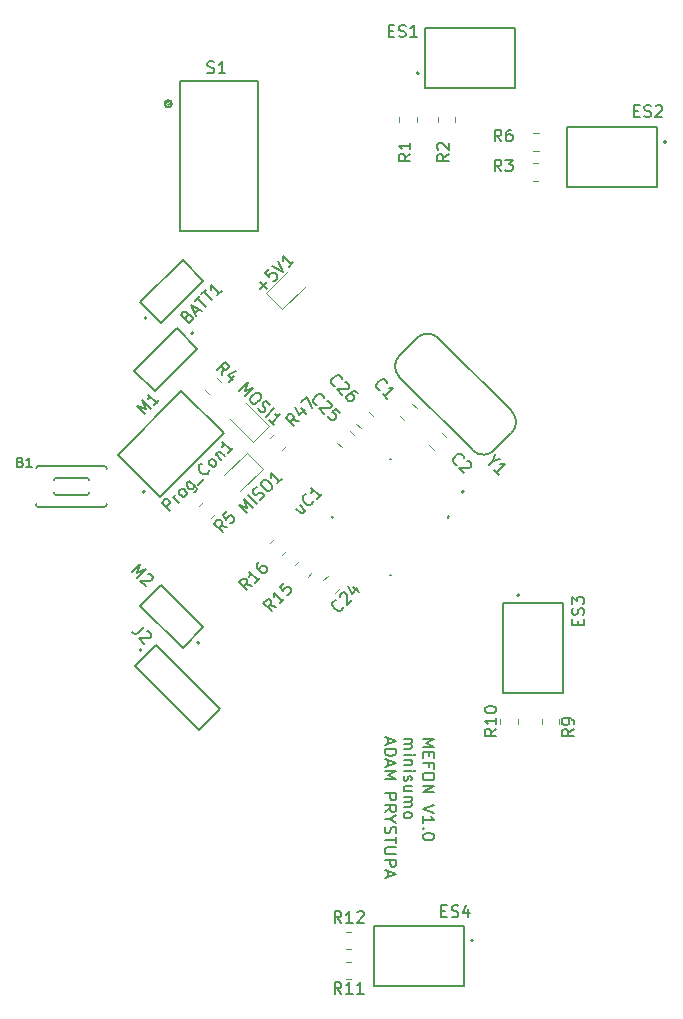
<source format=gbr>
%TF.GenerationSoftware,KiCad,Pcbnew,8.0.1*%
%TF.CreationDate,2024-05-30T23:21:13+02:00*%
%TF.ProjectId,minisumo_pcb,6d696e69-7375-46d6-9f5f-7063622e6b69,rev?*%
%TF.SameCoordinates,Original*%
%TF.FileFunction,Legend,Top*%
%TF.FilePolarity,Positive*%
%FSLAX46Y46*%
G04 Gerber Fmt 4.6, Leading zero omitted, Abs format (unit mm)*
G04 Created by KiCad (PCBNEW 8.0.1) date 2024-05-30 23:21:13*
%MOMM*%
%LPD*%
G01*
G04 APERTURE LIST*
%ADD10C,0.200000*%
%ADD11C,0.150000*%
%ADD12C,0.120000*%
%ADD13C,0.050000*%
%ADD14C,0.127000*%
G04 APERTURE END LIST*
D10*
X130987668Y-123559673D02*
X131987668Y-123559673D01*
X131987668Y-123559673D02*
X131273383Y-123893006D01*
X131273383Y-123893006D02*
X131987668Y-124226339D01*
X131987668Y-124226339D02*
X130987668Y-124226339D01*
X131511478Y-124702530D02*
X131511478Y-125035863D01*
X130987668Y-125178720D02*
X130987668Y-124702530D01*
X130987668Y-124702530D02*
X131987668Y-124702530D01*
X131987668Y-124702530D02*
X131987668Y-125178720D01*
X131511478Y-125940625D02*
X131511478Y-125607292D01*
X130987668Y-125607292D02*
X131987668Y-125607292D01*
X131987668Y-125607292D02*
X131987668Y-126083482D01*
X131987668Y-126654911D02*
X131987668Y-126845387D01*
X131987668Y-126845387D02*
X131940049Y-126940625D01*
X131940049Y-126940625D02*
X131844811Y-127035863D01*
X131844811Y-127035863D02*
X131654335Y-127083482D01*
X131654335Y-127083482D02*
X131321002Y-127083482D01*
X131321002Y-127083482D02*
X131130526Y-127035863D01*
X131130526Y-127035863D02*
X131035288Y-126940625D01*
X131035288Y-126940625D02*
X130987668Y-126845387D01*
X130987668Y-126845387D02*
X130987668Y-126654911D01*
X130987668Y-126654911D02*
X131035288Y-126559673D01*
X131035288Y-126559673D02*
X131130526Y-126464435D01*
X131130526Y-126464435D02*
X131321002Y-126416816D01*
X131321002Y-126416816D02*
X131654335Y-126416816D01*
X131654335Y-126416816D02*
X131844811Y-126464435D01*
X131844811Y-126464435D02*
X131940049Y-126559673D01*
X131940049Y-126559673D02*
X131987668Y-126654911D01*
X130987668Y-127512054D02*
X131987668Y-127512054D01*
X131987668Y-127512054D02*
X130987668Y-128083482D01*
X130987668Y-128083482D02*
X131987668Y-128083482D01*
X131987668Y-129178721D02*
X130987668Y-129512054D01*
X130987668Y-129512054D02*
X131987668Y-129845387D01*
X130987668Y-130702530D02*
X130987668Y-130131102D01*
X130987668Y-130416816D02*
X131987668Y-130416816D01*
X131987668Y-130416816D02*
X131844811Y-130321578D01*
X131844811Y-130321578D02*
X131749573Y-130226340D01*
X131749573Y-130226340D02*
X131701954Y-130131102D01*
X131082907Y-131131102D02*
X131035288Y-131178721D01*
X131035288Y-131178721D02*
X130987668Y-131131102D01*
X130987668Y-131131102D02*
X131035288Y-131083483D01*
X131035288Y-131083483D02*
X131082907Y-131131102D01*
X131082907Y-131131102D02*
X130987668Y-131131102D01*
X131987668Y-131797768D02*
X131987668Y-131893006D01*
X131987668Y-131893006D02*
X131940049Y-131988244D01*
X131940049Y-131988244D02*
X131892430Y-132035863D01*
X131892430Y-132035863D02*
X131797192Y-132083482D01*
X131797192Y-132083482D02*
X131606716Y-132131101D01*
X131606716Y-132131101D02*
X131368621Y-132131101D01*
X131368621Y-132131101D02*
X131178145Y-132083482D01*
X131178145Y-132083482D02*
X131082907Y-132035863D01*
X131082907Y-132035863D02*
X131035288Y-131988244D01*
X131035288Y-131988244D02*
X130987668Y-131893006D01*
X130987668Y-131893006D02*
X130987668Y-131797768D01*
X130987668Y-131797768D02*
X131035288Y-131702530D01*
X131035288Y-131702530D02*
X131082907Y-131654911D01*
X131082907Y-131654911D02*
X131178145Y-131607292D01*
X131178145Y-131607292D02*
X131368621Y-131559673D01*
X131368621Y-131559673D02*
X131606716Y-131559673D01*
X131606716Y-131559673D02*
X131797192Y-131607292D01*
X131797192Y-131607292D02*
X131892430Y-131654911D01*
X131892430Y-131654911D02*
X131940049Y-131702530D01*
X131940049Y-131702530D02*
X131987668Y-131797768D01*
X129377724Y-123559673D02*
X130044391Y-123559673D01*
X129949153Y-123559673D02*
X129996772Y-123607292D01*
X129996772Y-123607292D02*
X130044391Y-123702530D01*
X130044391Y-123702530D02*
X130044391Y-123845387D01*
X130044391Y-123845387D02*
X129996772Y-123940625D01*
X129996772Y-123940625D02*
X129901534Y-123988244D01*
X129901534Y-123988244D02*
X129377724Y-123988244D01*
X129901534Y-123988244D02*
X129996772Y-124035863D01*
X129996772Y-124035863D02*
X130044391Y-124131101D01*
X130044391Y-124131101D02*
X130044391Y-124273958D01*
X130044391Y-124273958D02*
X129996772Y-124369197D01*
X129996772Y-124369197D02*
X129901534Y-124416816D01*
X129901534Y-124416816D02*
X129377724Y-124416816D01*
X129377724Y-124893006D02*
X130044391Y-124893006D01*
X130377724Y-124893006D02*
X130330105Y-124845387D01*
X130330105Y-124845387D02*
X130282486Y-124893006D01*
X130282486Y-124893006D02*
X130330105Y-124940625D01*
X130330105Y-124940625D02*
X130377724Y-124893006D01*
X130377724Y-124893006D02*
X130282486Y-124893006D01*
X130044391Y-125369196D02*
X129377724Y-125369196D01*
X129949153Y-125369196D02*
X129996772Y-125416815D01*
X129996772Y-125416815D02*
X130044391Y-125512053D01*
X130044391Y-125512053D02*
X130044391Y-125654910D01*
X130044391Y-125654910D02*
X129996772Y-125750148D01*
X129996772Y-125750148D02*
X129901534Y-125797767D01*
X129901534Y-125797767D02*
X129377724Y-125797767D01*
X129377724Y-126273958D02*
X130044391Y-126273958D01*
X130377724Y-126273958D02*
X130330105Y-126226339D01*
X130330105Y-126226339D02*
X130282486Y-126273958D01*
X130282486Y-126273958D02*
X130330105Y-126321577D01*
X130330105Y-126321577D02*
X130377724Y-126273958D01*
X130377724Y-126273958D02*
X130282486Y-126273958D01*
X129425344Y-126702529D02*
X129377724Y-126797767D01*
X129377724Y-126797767D02*
X129377724Y-126988243D01*
X129377724Y-126988243D02*
X129425344Y-127083481D01*
X129425344Y-127083481D02*
X129520582Y-127131100D01*
X129520582Y-127131100D02*
X129568201Y-127131100D01*
X129568201Y-127131100D02*
X129663439Y-127083481D01*
X129663439Y-127083481D02*
X129711058Y-126988243D01*
X129711058Y-126988243D02*
X129711058Y-126845386D01*
X129711058Y-126845386D02*
X129758677Y-126750148D01*
X129758677Y-126750148D02*
X129853915Y-126702529D01*
X129853915Y-126702529D02*
X129901534Y-126702529D01*
X129901534Y-126702529D02*
X129996772Y-126750148D01*
X129996772Y-126750148D02*
X130044391Y-126845386D01*
X130044391Y-126845386D02*
X130044391Y-126988243D01*
X130044391Y-126988243D02*
X129996772Y-127083481D01*
X130044391Y-127988243D02*
X129377724Y-127988243D01*
X130044391Y-127559672D02*
X129520582Y-127559672D01*
X129520582Y-127559672D02*
X129425344Y-127607291D01*
X129425344Y-127607291D02*
X129377724Y-127702529D01*
X129377724Y-127702529D02*
X129377724Y-127845386D01*
X129377724Y-127845386D02*
X129425344Y-127940624D01*
X129425344Y-127940624D02*
X129472963Y-127988243D01*
X129377724Y-128464434D02*
X130044391Y-128464434D01*
X129949153Y-128464434D02*
X129996772Y-128512053D01*
X129996772Y-128512053D02*
X130044391Y-128607291D01*
X130044391Y-128607291D02*
X130044391Y-128750148D01*
X130044391Y-128750148D02*
X129996772Y-128845386D01*
X129996772Y-128845386D02*
X129901534Y-128893005D01*
X129901534Y-128893005D02*
X129377724Y-128893005D01*
X129901534Y-128893005D02*
X129996772Y-128940624D01*
X129996772Y-128940624D02*
X130044391Y-129035862D01*
X130044391Y-129035862D02*
X130044391Y-129178719D01*
X130044391Y-129178719D02*
X129996772Y-129273958D01*
X129996772Y-129273958D02*
X129901534Y-129321577D01*
X129901534Y-129321577D02*
X129377724Y-129321577D01*
X129377724Y-129940624D02*
X129425344Y-129845386D01*
X129425344Y-129845386D02*
X129472963Y-129797767D01*
X129472963Y-129797767D02*
X129568201Y-129750148D01*
X129568201Y-129750148D02*
X129853915Y-129750148D01*
X129853915Y-129750148D02*
X129949153Y-129797767D01*
X129949153Y-129797767D02*
X129996772Y-129845386D01*
X129996772Y-129845386D02*
X130044391Y-129940624D01*
X130044391Y-129940624D02*
X130044391Y-130083481D01*
X130044391Y-130083481D02*
X129996772Y-130178719D01*
X129996772Y-130178719D02*
X129949153Y-130226338D01*
X129949153Y-130226338D02*
X129853915Y-130273957D01*
X129853915Y-130273957D02*
X129568201Y-130273957D01*
X129568201Y-130273957D02*
X129472963Y-130226338D01*
X129472963Y-130226338D02*
X129425344Y-130178719D01*
X129425344Y-130178719D02*
X129377724Y-130083481D01*
X129377724Y-130083481D02*
X129377724Y-129940624D01*
X128053495Y-123512054D02*
X128053495Y-123988244D01*
X127767780Y-123416816D02*
X128767780Y-123750149D01*
X128767780Y-123750149D02*
X127767780Y-124083482D01*
X127767780Y-124416816D02*
X128767780Y-124416816D01*
X128767780Y-124416816D02*
X128767780Y-124654911D01*
X128767780Y-124654911D02*
X128720161Y-124797768D01*
X128720161Y-124797768D02*
X128624923Y-124893006D01*
X128624923Y-124893006D02*
X128529685Y-124940625D01*
X128529685Y-124940625D02*
X128339209Y-124988244D01*
X128339209Y-124988244D02*
X128196352Y-124988244D01*
X128196352Y-124988244D02*
X128005876Y-124940625D01*
X128005876Y-124940625D02*
X127910638Y-124893006D01*
X127910638Y-124893006D02*
X127815400Y-124797768D01*
X127815400Y-124797768D02*
X127767780Y-124654911D01*
X127767780Y-124654911D02*
X127767780Y-124416816D01*
X128053495Y-125369197D02*
X128053495Y-125845387D01*
X127767780Y-125273959D02*
X128767780Y-125607292D01*
X128767780Y-125607292D02*
X127767780Y-125940625D01*
X127767780Y-126273959D02*
X128767780Y-126273959D01*
X128767780Y-126273959D02*
X128053495Y-126607292D01*
X128053495Y-126607292D02*
X128767780Y-126940625D01*
X128767780Y-126940625D02*
X127767780Y-126940625D01*
X127767780Y-128178721D02*
X128767780Y-128178721D01*
X128767780Y-128178721D02*
X128767780Y-128559673D01*
X128767780Y-128559673D02*
X128720161Y-128654911D01*
X128720161Y-128654911D02*
X128672542Y-128702530D01*
X128672542Y-128702530D02*
X128577304Y-128750149D01*
X128577304Y-128750149D02*
X128434447Y-128750149D01*
X128434447Y-128750149D02*
X128339209Y-128702530D01*
X128339209Y-128702530D02*
X128291590Y-128654911D01*
X128291590Y-128654911D02*
X128243971Y-128559673D01*
X128243971Y-128559673D02*
X128243971Y-128178721D01*
X127767780Y-129750149D02*
X128243971Y-129416816D01*
X127767780Y-129178721D02*
X128767780Y-129178721D01*
X128767780Y-129178721D02*
X128767780Y-129559673D01*
X128767780Y-129559673D02*
X128720161Y-129654911D01*
X128720161Y-129654911D02*
X128672542Y-129702530D01*
X128672542Y-129702530D02*
X128577304Y-129750149D01*
X128577304Y-129750149D02*
X128434447Y-129750149D01*
X128434447Y-129750149D02*
X128339209Y-129702530D01*
X128339209Y-129702530D02*
X128291590Y-129654911D01*
X128291590Y-129654911D02*
X128243971Y-129559673D01*
X128243971Y-129559673D02*
X128243971Y-129178721D01*
X128243971Y-130369197D02*
X127767780Y-130369197D01*
X128767780Y-130035864D02*
X128243971Y-130369197D01*
X128243971Y-130369197D02*
X128767780Y-130702530D01*
X127815400Y-130988245D02*
X127767780Y-131131102D01*
X127767780Y-131131102D02*
X127767780Y-131369197D01*
X127767780Y-131369197D02*
X127815400Y-131464435D01*
X127815400Y-131464435D02*
X127863019Y-131512054D01*
X127863019Y-131512054D02*
X127958257Y-131559673D01*
X127958257Y-131559673D02*
X128053495Y-131559673D01*
X128053495Y-131559673D02*
X128148733Y-131512054D01*
X128148733Y-131512054D02*
X128196352Y-131464435D01*
X128196352Y-131464435D02*
X128243971Y-131369197D01*
X128243971Y-131369197D02*
X128291590Y-131178721D01*
X128291590Y-131178721D02*
X128339209Y-131083483D01*
X128339209Y-131083483D02*
X128386828Y-131035864D01*
X128386828Y-131035864D02*
X128482066Y-130988245D01*
X128482066Y-130988245D02*
X128577304Y-130988245D01*
X128577304Y-130988245D02*
X128672542Y-131035864D01*
X128672542Y-131035864D02*
X128720161Y-131083483D01*
X128720161Y-131083483D02*
X128767780Y-131178721D01*
X128767780Y-131178721D02*
X128767780Y-131416816D01*
X128767780Y-131416816D02*
X128720161Y-131559673D01*
X128767780Y-131845388D02*
X128767780Y-132416816D01*
X127767780Y-132131102D02*
X128767780Y-132131102D01*
X128767780Y-132750150D02*
X127958257Y-132750150D01*
X127958257Y-132750150D02*
X127863019Y-132797769D01*
X127863019Y-132797769D02*
X127815400Y-132845388D01*
X127815400Y-132845388D02*
X127767780Y-132940626D01*
X127767780Y-132940626D02*
X127767780Y-133131102D01*
X127767780Y-133131102D02*
X127815400Y-133226340D01*
X127815400Y-133226340D02*
X127863019Y-133273959D01*
X127863019Y-133273959D02*
X127958257Y-133321578D01*
X127958257Y-133321578D02*
X128767780Y-133321578D01*
X127767780Y-133797769D02*
X128767780Y-133797769D01*
X128767780Y-133797769D02*
X128767780Y-134178721D01*
X128767780Y-134178721D02*
X128720161Y-134273959D01*
X128720161Y-134273959D02*
X128672542Y-134321578D01*
X128672542Y-134321578D02*
X128577304Y-134369197D01*
X128577304Y-134369197D02*
X128434447Y-134369197D01*
X128434447Y-134369197D02*
X128339209Y-134321578D01*
X128339209Y-134321578D02*
X128291590Y-134273959D01*
X128291590Y-134273959D02*
X128243971Y-134178721D01*
X128243971Y-134178721D02*
X128243971Y-133797769D01*
X128053495Y-134750150D02*
X128053495Y-135226340D01*
X127767780Y-134654912D02*
X128767780Y-134988245D01*
X128767780Y-134988245D02*
X127767780Y-135321578D01*
D11*
X116121255Y-104462706D02*
X115414148Y-103755599D01*
X115414148Y-103755599D02*
X116154927Y-104024973D01*
X116154927Y-104024973D02*
X115885553Y-103284195D01*
X115885553Y-103284195D02*
X116592660Y-103991302D01*
X116929377Y-103654584D02*
X116222270Y-102947478D01*
X117198751Y-103317867D02*
X117333438Y-103250524D01*
X117333438Y-103250524D02*
X117501796Y-103082165D01*
X117501796Y-103082165D02*
X117535468Y-102981150D01*
X117535468Y-102981150D02*
X117535468Y-102913806D01*
X117535468Y-102913806D02*
X117501796Y-102812791D01*
X117501796Y-102812791D02*
X117434453Y-102745447D01*
X117434453Y-102745447D02*
X117333438Y-102711776D01*
X117333438Y-102711776D02*
X117266094Y-102711776D01*
X117266094Y-102711776D02*
X117165079Y-102745447D01*
X117165079Y-102745447D02*
X116996720Y-102846463D01*
X116996720Y-102846463D02*
X116895705Y-102880134D01*
X116895705Y-102880134D02*
X116828361Y-102880134D01*
X116828361Y-102880134D02*
X116727346Y-102846463D01*
X116727346Y-102846463D02*
X116660003Y-102779119D01*
X116660003Y-102779119D02*
X116626331Y-102678104D01*
X116626331Y-102678104D02*
X116626331Y-102610760D01*
X116626331Y-102610760D02*
X116660003Y-102509745D01*
X116660003Y-102509745D02*
X116828361Y-102341386D01*
X116828361Y-102341386D02*
X116963048Y-102274043D01*
X117367109Y-101802638D02*
X117501796Y-101667951D01*
X117501796Y-101667951D02*
X117602812Y-101634280D01*
X117602812Y-101634280D02*
X117737499Y-101634280D01*
X117737499Y-101634280D02*
X117905857Y-101735295D01*
X117905857Y-101735295D02*
X118141560Y-101970997D01*
X118141560Y-101970997D02*
X118242575Y-102139356D01*
X118242575Y-102139356D02*
X118242575Y-102274043D01*
X118242575Y-102274043D02*
X118208903Y-102375058D01*
X118208903Y-102375058D02*
X118074216Y-102509745D01*
X118074216Y-102509745D02*
X117973201Y-102543417D01*
X117973201Y-102543417D02*
X117838514Y-102543417D01*
X117838514Y-102543417D02*
X117670155Y-102442402D01*
X117670155Y-102442402D02*
X117434453Y-102206699D01*
X117434453Y-102206699D02*
X117333438Y-102038341D01*
X117333438Y-102038341D02*
X117333438Y-101903654D01*
X117333438Y-101903654D02*
X117367109Y-101802638D01*
X119050697Y-101533264D02*
X118646636Y-101937325D01*
X118848666Y-101735295D02*
X118141560Y-101028188D01*
X118141560Y-101028188D02*
X118175231Y-101196547D01*
X118175231Y-101196547D02*
X118175231Y-101331234D01*
X118175231Y-101331234D02*
X118141560Y-101432249D01*
X133206997Y-74046343D02*
X132730806Y-74379676D01*
X133206997Y-74617771D02*
X132206997Y-74617771D01*
X132206997Y-74617771D02*
X132206997Y-74236819D01*
X132206997Y-74236819D02*
X132254616Y-74141581D01*
X132254616Y-74141581D02*
X132302235Y-74093962D01*
X132302235Y-74093962D02*
X132397473Y-74046343D01*
X132397473Y-74046343D02*
X132540330Y-74046343D01*
X132540330Y-74046343D02*
X132635568Y-74093962D01*
X132635568Y-74093962D02*
X132683187Y-74141581D01*
X132683187Y-74141581D02*
X132730806Y-74236819D01*
X132730806Y-74236819D02*
X132730806Y-74617771D01*
X132302235Y-73665390D02*
X132254616Y-73617771D01*
X132254616Y-73617771D02*
X132206997Y-73522533D01*
X132206997Y-73522533D02*
X132206997Y-73284438D01*
X132206997Y-73284438D02*
X132254616Y-73189200D01*
X132254616Y-73189200D02*
X132302235Y-73141581D01*
X132302235Y-73141581D02*
X132397473Y-73093962D01*
X132397473Y-73093962D02*
X132492711Y-73093962D01*
X132492711Y-73093962D02*
X132635568Y-73141581D01*
X132635568Y-73141581D02*
X133206997Y-73713009D01*
X133206997Y-73713009D02*
X133206997Y-73093962D01*
X143769820Y-122736666D02*
X143293629Y-123069999D01*
X143769820Y-123308094D02*
X142769820Y-123308094D01*
X142769820Y-123308094D02*
X142769820Y-122927142D01*
X142769820Y-122927142D02*
X142817439Y-122831904D01*
X142817439Y-122831904D02*
X142865058Y-122784285D01*
X142865058Y-122784285D02*
X142960296Y-122736666D01*
X142960296Y-122736666D02*
X143103153Y-122736666D01*
X143103153Y-122736666D02*
X143198391Y-122784285D01*
X143198391Y-122784285D02*
X143246010Y-122831904D01*
X143246010Y-122831904D02*
X143293629Y-122927142D01*
X143293629Y-122927142D02*
X143293629Y-123308094D01*
X143769820Y-122260475D02*
X143769820Y-122069999D01*
X143769820Y-122069999D02*
X143722201Y-121974761D01*
X143722201Y-121974761D02*
X143674581Y-121927142D01*
X143674581Y-121927142D02*
X143531724Y-121831904D01*
X143531724Y-121831904D02*
X143341248Y-121784285D01*
X143341248Y-121784285D02*
X142960296Y-121784285D01*
X142960296Y-121784285D02*
X142865058Y-121831904D01*
X142865058Y-121831904D02*
X142817439Y-121879523D01*
X142817439Y-121879523D02*
X142769820Y-121974761D01*
X142769820Y-121974761D02*
X142769820Y-122165237D01*
X142769820Y-122165237D02*
X142817439Y-122260475D01*
X142817439Y-122260475D02*
X142865058Y-122308094D01*
X142865058Y-122308094D02*
X142960296Y-122355713D01*
X142960296Y-122355713D02*
X143198391Y-122355713D01*
X143198391Y-122355713D02*
X143293629Y-122308094D01*
X143293629Y-122308094D02*
X143341248Y-122260475D01*
X143341248Y-122260475D02*
X143388867Y-122165237D01*
X143388867Y-122165237D02*
X143388867Y-121974761D01*
X143388867Y-121974761D02*
X143341248Y-121879523D01*
X143341248Y-121879523D02*
X143293629Y-121831904D01*
X143293629Y-121831904D02*
X143198391Y-121784285D01*
X137653333Y-72979820D02*
X137320000Y-72503629D01*
X137081905Y-72979820D02*
X137081905Y-71979820D01*
X137081905Y-71979820D02*
X137462857Y-71979820D01*
X137462857Y-71979820D02*
X137558095Y-72027439D01*
X137558095Y-72027439D02*
X137605714Y-72075058D01*
X137605714Y-72075058D02*
X137653333Y-72170296D01*
X137653333Y-72170296D02*
X137653333Y-72313153D01*
X137653333Y-72313153D02*
X137605714Y-72408391D01*
X137605714Y-72408391D02*
X137558095Y-72456010D01*
X137558095Y-72456010D02*
X137462857Y-72503629D01*
X137462857Y-72503629D02*
X137081905Y-72503629D01*
X138510476Y-71979820D02*
X138320000Y-71979820D01*
X138320000Y-71979820D02*
X138224762Y-72027439D01*
X138224762Y-72027439D02*
X138177143Y-72075058D01*
X138177143Y-72075058D02*
X138081905Y-72217915D01*
X138081905Y-72217915D02*
X138034286Y-72408391D01*
X138034286Y-72408391D02*
X138034286Y-72789343D01*
X138034286Y-72789343D02*
X138081905Y-72884581D01*
X138081905Y-72884581D02*
X138129524Y-72932201D01*
X138129524Y-72932201D02*
X138224762Y-72979820D01*
X138224762Y-72979820D02*
X138415238Y-72979820D01*
X138415238Y-72979820D02*
X138510476Y-72932201D01*
X138510476Y-72932201D02*
X138558095Y-72884581D01*
X138558095Y-72884581D02*
X138605714Y-72789343D01*
X138605714Y-72789343D02*
X138605714Y-72551248D01*
X138605714Y-72551248D02*
X138558095Y-72456010D01*
X138558095Y-72456010D02*
X138510476Y-72408391D01*
X138510476Y-72408391D02*
X138415238Y-72360772D01*
X138415238Y-72360772D02*
X138224762Y-72360772D01*
X138224762Y-72360772D02*
X138129524Y-72408391D01*
X138129524Y-72408391D02*
X138081905Y-72456010D01*
X138081905Y-72456010D02*
X138034286Y-72551248D01*
X106353509Y-109442401D02*
X107060616Y-108735295D01*
X107060616Y-108735295D02*
X106791242Y-109476073D01*
X106791242Y-109476073D02*
X107532020Y-109206699D01*
X107532020Y-109206699D02*
X106824914Y-109913806D01*
X107767723Y-109577088D02*
X107835066Y-109577088D01*
X107835066Y-109577088D02*
X107936081Y-109610760D01*
X107936081Y-109610760D02*
X108104440Y-109779119D01*
X108104440Y-109779119D02*
X108138112Y-109880134D01*
X108138112Y-109880134D02*
X108138112Y-109947478D01*
X108138112Y-109947478D02*
X108104440Y-110048493D01*
X108104440Y-110048493D02*
X108037097Y-110115836D01*
X108037097Y-110115836D02*
X107902410Y-110183180D01*
X107902410Y-110183180D02*
X107094288Y-110183180D01*
X107094288Y-110183180D02*
X107532020Y-110620913D01*
X112758737Y-67151934D02*
X112901868Y-67199644D01*
X112901868Y-67199644D02*
X113140421Y-67199644D01*
X113140421Y-67199644D02*
X113235842Y-67151934D01*
X113235842Y-67151934D02*
X113283552Y-67104223D01*
X113283552Y-67104223D02*
X113331263Y-67008802D01*
X113331263Y-67008802D02*
X113331263Y-66913381D01*
X113331263Y-66913381D02*
X113283552Y-66817960D01*
X113283552Y-66817960D02*
X113235842Y-66770249D01*
X113235842Y-66770249D02*
X113140421Y-66722539D01*
X113140421Y-66722539D02*
X112949579Y-66674828D01*
X112949579Y-66674828D02*
X112854158Y-66627118D01*
X112854158Y-66627118D02*
X112806447Y-66579407D01*
X112806447Y-66579407D02*
X112758737Y-66483986D01*
X112758737Y-66483986D02*
X112758737Y-66388565D01*
X112758737Y-66388565D02*
X112806447Y-66293144D01*
X112806447Y-66293144D02*
X112854158Y-66245434D01*
X112854158Y-66245434D02*
X112949579Y-66197723D01*
X112949579Y-66197723D02*
X113188131Y-66197723D01*
X113188131Y-66197723D02*
X113331263Y-66245434D01*
X114285473Y-67199644D02*
X113712947Y-67199644D01*
X113999210Y-67199644D02*
X113999210Y-66197723D01*
X113999210Y-66197723D02*
X113903789Y-66340855D01*
X113903789Y-66340855D02*
X113808368Y-66436276D01*
X113808368Y-66436276D02*
X113712947Y-66483986D01*
X114451289Y-105632672D02*
X113878870Y-105531657D01*
X114047228Y-106036733D02*
X113340122Y-105329626D01*
X113340122Y-105329626D02*
X113609496Y-105060252D01*
X113609496Y-105060252D02*
X113710511Y-105026580D01*
X113710511Y-105026580D02*
X113777854Y-105026580D01*
X113777854Y-105026580D02*
X113878870Y-105060252D01*
X113878870Y-105060252D02*
X113979885Y-105161267D01*
X113979885Y-105161267D02*
X114013557Y-105262283D01*
X114013557Y-105262283D02*
X114013557Y-105329626D01*
X114013557Y-105329626D02*
X113979885Y-105430641D01*
X113979885Y-105430641D02*
X113710511Y-105700015D01*
X114383946Y-104285802D02*
X114047228Y-104622519D01*
X114047228Y-104622519D02*
X114350274Y-104992909D01*
X114350274Y-104992909D02*
X114350274Y-104925565D01*
X114350274Y-104925565D02*
X114383946Y-104824550D01*
X114383946Y-104824550D02*
X114552305Y-104656191D01*
X114552305Y-104656191D02*
X114653320Y-104622519D01*
X114653320Y-104622519D02*
X114720663Y-104622519D01*
X114720663Y-104622519D02*
X114821679Y-104656191D01*
X114821679Y-104656191D02*
X114990037Y-104824550D01*
X114990037Y-104824550D02*
X115023709Y-104925565D01*
X115023709Y-104925565D02*
X115023709Y-104992909D01*
X115023709Y-104992909D02*
X114990037Y-105093924D01*
X114990037Y-105093924D02*
X114821679Y-105262283D01*
X114821679Y-105262283D02*
X114720663Y-105295954D01*
X114720663Y-105295954D02*
X114653320Y-105295954D01*
X137239819Y-122712857D02*
X136763628Y-123046190D01*
X137239819Y-123284285D02*
X136239819Y-123284285D01*
X136239819Y-123284285D02*
X136239819Y-122903333D01*
X136239819Y-122903333D02*
X136287438Y-122808095D01*
X136287438Y-122808095D02*
X136335057Y-122760476D01*
X136335057Y-122760476D02*
X136430295Y-122712857D01*
X136430295Y-122712857D02*
X136573152Y-122712857D01*
X136573152Y-122712857D02*
X136668390Y-122760476D01*
X136668390Y-122760476D02*
X136716009Y-122808095D01*
X136716009Y-122808095D02*
X136763628Y-122903333D01*
X136763628Y-122903333D02*
X136763628Y-123284285D01*
X137239819Y-121760476D02*
X137239819Y-122331904D01*
X137239819Y-122046190D02*
X136239819Y-122046190D01*
X136239819Y-122046190D02*
X136382676Y-122141428D01*
X136382676Y-122141428D02*
X136477914Y-122236666D01*
X136477914Y-122236666D02*
X136525533Y-122331904D01*
X136239819Y-121141428D02*
X136239819Y-121046190D01*
X136239819Y-121046190D02*
X136287438Y-120950952D01*
X136287438Y-120950952D02*
X136335057Y-120903333D01*
X136335057Y-120903333D02*
X136430295Y-120855714D01*
X136430295Y-120855714D02*
X136620771Y-120808095D01*
X136620771Y-120808095D02*
X136858866Y-120808095D01*
X136858866Y-120808095D02*
X137049342Y-120855714D01*
X137049342Y-120855714D02*
X137144580Y-120903333D01*
X137144580Y-120903333D02*
X137192200Y-120950952D01*
X137192200Y-120950952D02*
X137239819Y-121046190D01*
X137239819Y-121046190D02*
X137239819Y-121141428D01*
X137239819Y-121141428D02*
X137192200Y-121236666D01*
X137192200Y-121236666D02*
X137144580Y-121284285D01*
X137144580Y-121284285D02*
X137049342Y-121331904D01*
X137049342Y-121331904D02*
X136858866Y-121379523D01*
X136858866Y-121379523D02*
X136620771Y-121379523D01*
X136620771Y-121379523D02*
X136430295Y-121331904D01*
X136430295Y-121331904D02*
X136335057Y-121284285D01*
X136335057Y-121284285D02*
X136287438Y-121236666D01*
X136287438Y-121236666D02*
X136239819Y-121141428D01*
X107397333Y-114072012D02*
X106892257Y-114577088D01*
X106892257Y-114577088D02*
X106757570Y-114644432D01*
X106757570Y-114644432D02*
X106622883Y-114644432D01*
X106622883Y-114644432D02*
X106488196Y-114577088D01*
X106488196Y-114577088D02*
X106420852Y-114509745D01*
X107633036Y-114442401D02*
X107700379Y-114442401D01*
X107700379Y-114442401D02*
X107801394Y-114476073D01*
X107801394Y-114476073D02*
X107969753Y-114644432D01*
X107969753Y-114644432D02*
X108003425Y-114745447D01*
X108003425Y-114745447D02*
X108003425Y-114812791D01*
X108003425Y-114812791D02*
X107969753Y-114913806D01*
X107969753Y-114913806D02*
X107902410Y-114981149D01*
X107902410Y-114981149D02*
X107767723Y-115048493D01*
X107767723Y-115048493D02*
X106959601Y-115048493D01*
X106959601Y-115048493D02*
X107397333Y-115486226D01*
X120581453Y-103763948D02*
X121052857Y-104235353D01*
X120278407Y-104066994D02*
X120648796Y-104437383D01*
X120648796Y-104437383D02*
X120749812Y-104471055D01*
X120749812Y-104471055D02*
X120850827Y-104437383D01*
X120850827Y-104437383D02*
X120951842Y-104336368D01*
X120951842Y-104336368D02*
X120985514Y-104235353D01*
X120985514Y-104235353D02*
X120985514Y-104168009D01*
X121726293Y-103427231D02*
X121726293Y-103494574D01*
X121726293Y-103494574D02*
X121658949Y-103629261D01*
X121658949Y-103629261D02*
X121591606Y-103696605D01*
X121591606Y-103696605D02*
X121456918Y-103763948D01*
X121456918Y-103763948D02*
X121322231Y-103763948D01*
X121322231Y-103763948D02*
X121221216Y-103730277D01*
X121221216Y-103730277D02*
X121052857Y-103629261D01*
X121052857Y-103629261D02*
X120951842Y-103528246D01*
X120951842Y-103528246D02*
X120850827Y-103359887D01*
X120850827Y-103359887D02*
X120817155Y-103258872D01*
X120817155Y-103258872D02*
X120817155Y-103124185D01*
X120817155Y-103124185D02*
X120884499Y-102989498D01*
X120884499Y-102989498D02*
X120951842Y-102922154D01*
X120951842Y-102922154D02*
X121086529Y-102854811D01*
X121086529Y-102854811D02*
X121153873Y-102854811D01*
X122467071Y-102821139D02*
X122063010Y-103225200D01*
X122265041Y-103023170D02*
X121557934Y-102316063D01*
X121557934Y-102316063D02*
X121591606Y-102484422D01*
X121591606Y-102484422D02*
X121591606Y-102619109D01*
X121591606Y-102619109D02*
X121557934Y-102720124D01*
X129947401Y-74026989D02*
X129471210Y-74360322D01*
X129947401Y-74598417D02*
X128947401Y-74598417D01*
X128947401Y-74598417D02*
X128947401Y-74217465D01*
X128947401Y-74217465D02*
X128995020Y-74122227D01*
X128995020Y-74122227D02*
X129042639Y-74074608D01*
X129042639Y-74074608D02*
X129137877Y-74026989D01*
X129137877Y-74026989D02*
X129280734Y-74026989D01*
X129280734Y-74026989D02*
X129375972Y-74074608D01*
X129375972Y-74074608D02*
X129423591Y-74122227D01*
X129423591Y-74122227D02*
X129471210Y-74217465D01*
X129471210Y-74217465D02*
X129471210Y-74598417D01*
X129947401Y-73074608D02*
X129947401Y-73646036D01*
X129947401Y-73360322D02*
X128947401Y-73360322D01*
X128947401Y-73360322D02*
X129090258Y-73455560D01*
X129090258Y-73455560D02*
X129185496Y-73550798D01*
X129185496Y-73550798D02*
X129233115Y-73646036D01*
X136948129Y-100022890D02*
X136611138Y-100359881D01*
X137082925Y-99416307D02*
X136948129Y-100022890D01*
X136948129Y-100022890D02*
X137554712Y-99888094D01*
X137453615Y-101202357D02*
X137049226Y-100797968D01*
X137251420Y-101000163D02*
X137959101Y-100292482D01*
X137959101Y-100292482D02*
X137790605Y-100326182D01*
X137790605Y-100326182D02*
X137655809Y-100326182D01*
X137655809Y-100326182D02*
X137554712Y-100292482D01*
X128120833Y-63604225D02*
X128454166Y-63604225D01*
X128597023Y-64128035D02*
X128120833Y-64128035D01*
X128120833Y-64128035D02*
X128120833Y-63128035D01*
X128120833Y-63128035D02*
X128597023Y-63128035D01*
X128977976Y-64080416D02*
X129120833Y-64128035D01*
X129120833Y-64128035D02*
X129358928Y-64128035D01*
X129358928Y-64128035D02*
X129454166Y-64080416D01*
X129454166Y-64080416D02*
X129501785Y-64032796D01*
X129501785Y-64032796D02*
X129549404Y-63937558D01*
X129549404Y-63937558D02*
X129549404Y-63842320D01*
X129549404Y-63842320D02*
X129501785Y-63747082D01*
X129501785Y-63747082D02*
X129454166Y-63699463D01*
X129454166Y-63699463D02*
X129358928Y-63651844D01*
X129358928Y-63651844D02*
X129168452Y-63604225D01*
X129168452Y-63604225D02*
X129073214Y-63556606D01*
X129073214Y-63556606D02*
X129025595Y-63508987D01*
X129025595Y-63508987D02*
X128977976Y-63413749D01*
X128977976Y-63413749D02*
X128977976Y-63318511D01*
X128977976Y-63318511D02*
X129025595Y-63223273D01*
X129025595Y-63223273D02*
X129073214Y-63175654D01*
X129073214Y-63175654D02*
X129168452Y-63128035D01*
X129168452Y-63128035D02*
X129406547Y-63128035D01*
X129406547Y-63128035D02*
X129549404Y-63175654D01*
X130501785Y-64128035D02*
X129930357Y-64128035D01*
X130216071Y-64128035D02*
X130216071Y-63128035D01*
X130216071Y-63128035D02*
X130120833Y-63270892D01*
X130120833Y-63270892D02*
X130025595Y-63366130D01*
X130025595Y-63366130D02*
X129930357Y-63413749D01*
X115478044Y-94066936D02*
X116185151Y-93359829D01*
X116185151Y-93359829D02*
X115915777Y-94100608D01*
X115915777Y-94100608D02*
X116656555Y-93831234D01*
X116656555Y-93831234D02*
X115949448Y-94538341D01*
X117127959Y-94302638D02*
X117262646Y-94437325D01*
X117262646Y-94437325D02*
X117296318Y-94538340D01*
X117296318Y-94538340D02*
X117296318Y-94673027D01*
X117296318Y-94673027D02*
X117195303Y-94841386D01*
X117195303Y-94841386D02*
X116959601Y-95077088D01*
X116959601Y-95077088D02*
X116791242Y-95178104D01*
X116791242Y-95178104D02*
X116656555Y-95178104D01*
X116656555Y-95178104D02*
X116555540Y-95144432D01*
X116555540Y-95144432D02*
X116420853Y-95009745D01*
X116420853Y-95009745D02*
X116387181Y-94908730D01*
X116387181Y-94908730D02*
X116387181Y-94774043D01*
X116387181Y-94774043D02*
X116488196Y-94605684D01*
X116488196Y-94605684D02*
X116723898Y-94369982D01*
X116723898Y-94369982D02*
X116892257Y-94268966D01*
X116892257Y-94268966D02*
X117026944Y-94268966D01*
X117026944Y-94268966D02*
X117127959Y-94302638D01*
X117026944Y-95548493D02*
X117094288Y-95683180D01*
X117094288Y-95683180D02*
X117262646Y-95851539D01*
X117262646Y-95851539D02*
X117363662Y-95885210D01*
X117363662Y-95885210D02*
X117431005Y-95885210D01*
X117431005Y-95885210D02*
X117532020Y-95851539D01*
X117532020Y-95851539D02*
X117599364Y-95784195D01*
X117599364Y-95784195D02*
X117633036Y-95683180D01*
X117633036Y-95683180D02*
X117633036Y-95615836D01*
X117633036Y-95615836D02*
X117599364Y-95514821D01*
X117599364Y-95514821D02*
X117498349Y-95346462D01*
X117498349Y-95346462D02*
X117464677Y-95245447D01*
X117464677Y-95245447D02*
X117464677Y-95178104D01*
X117464677Y-95178104D02*
X117498349Y-95077088D01*
X117498349Y-95077088D02*
X117565692Y-95009745D01*
X117565692Y-95009745D02*
X117666707Y-94976073D01*
X117666707Y-94976073D02*
X117734051Y-94976073D01*
X117734051Y-94976073D02*
X117835066Y-95009745D01*
X117835066Y-95009745D02*
X118003425Y-95178104D01*
X118003425Y-95178104D02*
X118070768Y-95312791D01*
X117700379Y-96289272D02*
X118407486Y-95582165D01*
X118407486Y-96996378D02*
X118003425Y-96592317D01*
X118205455Y-96794347D02*
X118912562Y-96087241D01*
X118912562Y-96087241D02*
X118744203Y-96120912D01*
X118744203Y-96120912D02*
X118609516Y-96120912D01*
X118609516Y-96120912D02*
X118508501Y-96087241D01*
X120517036Y-96661174D02*
X119944617Y-96560159D01*
X120112975Y-97065235D02*
X119405869Y-96358128D01*
X119405869Y-96358128D02*
X119675243Y-96088754D01*
X119675243Y-96088754D02*
X119776258Y-96055082D01*
X119776258Y-96055082D02*
X119843601Y-96055082D01*
X119843601Y-96055082D02*
X119944617Y-96088754D01*
X119944617Y-96088754D02*
X120045632Y-96189769D01*
X120045632Y-96189769D02*
X120079304Y-96290785D01*
X120079304Y-96290785D02*
X120079304Y-96358128D01*
X120079304Y-96358128D02*
X120045632Y-96459143D01*
X120045632Y-96459143D02*
X119776258Y-96728517D01*
X120651723Y-95583678D02*
X121123128Y-96055082D01*
X120213991Y-95482663D02*
X120550708Y-96156098D01*
X120550708Y-96156098D02*
X120988441Y-95718365D01*
X120719067Y-95044930D02*
X121190472Y-94573525D01*
X121190472Y-94573525D02*
X121594533Y-95583678D01*
X144116009Y-113924166D02*
X144116009Y-113590833D01*
X144639819Y-113447976D02*
X144639819Y-113924166D01*
X144639819Y-113924166D02*
X143639819Y-113924166D01*
X143639819Y-113924166D02*
X143639819Y-113447976D01*
X144592200Y-113067023D02*
X144639819Y-112924166D01*
X144639819Y-112924166D02*
X144639819Y-112686071D01*
X144639819Y-112686071D02*
X144592200Y-112590833D01*
X144592200Y-112590833D02*
X144544580Y-112543214D01*
X144544580Y-112543214D02*
X144449342Y-112495595D01*
X144449342Y-112495595D02*
X144354104Y-112495595D01*
X144354104Y-112495595D02*
X144258866Y-112543214D01*
X144258866Y-112543214D02*
X144211247Y-112590833D01*
X144211247Y-112590833D02*
X144163628Y-112686071D01*
X144163628Y-112686071D02*
X144116009Y-112876547D01*
X144116009Y-112876547D02*
X144068390Y-112971785D01*
X144068390Y-112971785D02*
X144020771Y-113019404D01*
X144020771Y-113019404D02*
X143925533Y-113067023D01*
X143925533Y-113067023D02*
X143830295Y-113067023D01*
X143830295Y-113067023D02*
X143735057Y-113019404D01*
X143735057Y-113019404D02*
X143687438Y-112971785D01*
X143687438Y-112971785D02*
X143639819Y-112876547D01*
X143639819Y-112876547D02*
X143639819Y-112638452D01*
X143639819Y-112638452D02*
X143687438Y-112495595D01*
X143639819Y-112162261D02*
X143639819Y-111543214D01*
X143639819Y-111543214D02*
X144020771Y-111876547D01*
X144020771Y-111876547D02*
X144020771Y-111733690D01*
X144020771Y-111733690D02*
X144068390Y-111638452D01*
X144068390Y-111638452D02*
X144116009Y-111590833D01*
X144116009Y-111590833D02*
X144211247Y-111543214D01*
X144211247Y-111543214D02*
X144449342Y-111543214D01*
X144449342Y-111543214D02*
X144544580Y-111590833D01*
X144544580Y-111590833D02*
X144592200Y-111638452D01*
X144592200Y-111638452D02*
X144639819Y-111733690D01*
X144639819Y-111733690D02*
X144639819Y-112019404D01*
X144639819Y-112019404D02*
X144592200Y-112114642D01*
X144592200Y-112114642D02*
X144544580Y-112162261D01*
X122061169Y-95274693D02*
X121993825Y-95274693D01*
X121993825Y-95274693D02*
X121859138Y-95207349D01*
X121859138Y-95207349D02*
X121791795Y-95140006D01*
X121791795Y-95140006D02*
X121724451Y-95005319D01*
X121724451Y-95005319D02*
X121724451Y-94870632D01*
X121724451Y-94870632D02*
X121758123Y-94769617D01*
X121758123Y-94769617D02*
X121859138Y-94601258D01*
X121859138Y-94601258D02*
X121960153Y-94500243D01*
X121960153Y-94500243D02*
X122128512Y-94399227D01*
X122128512Y-94399227D02*
X122229527Y-94365556D01*
X122229527Y-94365556D02*
X122364214Y-94365556D01*
X122364214Y-94365556D02*
X122498901Y-94432899D01*
X122498901Y-94432899D02*
X122566245Y-94500243D01*
X122566245Y-94500243D02*
X122633588Y-94634930D01*
X122633588Y-94634930D02*
X122633588Y-94702273D01*
X122902962Y-94971647D02*
X122970306Y-94971647D01*
X122970306Y-94971647D02*
X123071321Y-95005319D01*
X123071321Y-95005319D02*
X123239680Y-95173678D01*
X123239680Y-95173678D02*
X123273352Y-95274693D01*
X123273352Y-95274693D02*
X123273352Y-95342036D01*
X123273352Y-95342036D02*
X123239680Y-95443052D01*
X123239680Y-95443052D02*
X123172336Y-95510395D01*
X123172336Y-95510395D02*
X123037649Y-95577739D01*
X123037649Y-95577739D02*
X122229527Y-95577739D01*
X122229527Y-95577739D02*
X122667260Y-96015471D01*
X124014130Y-95948128D02*
X123677413Y-95611410D01*
X123677413Y-95611410D02*
X123307024Y-95914456D01*
X123307024Y-95914456D02*
X123374367Y-95914456D01*
X123374367Y-95914456D02*
X123475382Y-95948128D01*
X123475382Y-95948128D02*
X123643741Y-96116487D01*
X123643741Y-96116487D02*
X123677413Y-96217502D01*
X123677413Y-96217502D02*
X123677413Y-96284846D01*
X123677413Y-96284846D02*
X123643741Y-96385861D01*
X123643741Y-96385861D02*
X123475382Y-96554220D01*
X123475382Y-96554220D02*
X123374367Y-96587891D01*
X123374367Y-96587891D02*
X123307024Y-96587891D01*
X123307024Y-96587891D02*
X123206008Y-96554220D01*
X123206008Y-96554220D02*
X123037650Y-96385861D01*
X123037650Y-96385861D02*
X123003978Y-96284846D01*
X123003978Y-96284846D02*
X123003978Y-96217502D01*
X124257631Y-112371770D02*
X124257631Y-112439114D01*
X124257631Y-112439114D02*
X124190287Y-112573801D01*
X124190287Y-112573801D02*
X124122944Y-112641144D01*
X124122944Y-112641144D02*
X123988257Y-112708488D01*
X123988257Y-112708488D02*
X123853570Y-112708488D01*
X123853570Y-112708488D02*
X123752555Y-112674816D01*
X123752555Y-112674816D02*
X123584196Y-112573801D01*
X123584196Y-112573801D02*
X123483181Y-112472786D01*
X123483181Y-112472786D02*
X123382165Y-112304427D01*
X123382165Y-112304427D02*
X123348494Y-112203412D01*
X123348494Y-112203412D02*
X123348494Y-112068725D01*
X123348494Y-112068725D02*
X123415837Y-111934038D01*
X123415837Y-111934038D02*
X123483181Y-111866694D01*
X123483181Y-111866694D02*
X123617868Y-111799351D01*
X123617868Y-111799351D02*
X123685211Y-111799351D01*
X123954585Y-111529977D02*
X123954585Y-111462633D01*
X123954585Y-111462633D02*
X123988257Y-111361618D01*
X123988257Y-111361618D02*
X124156616Y-111193259D01*
X124156616Y-111193259D02*
X124257631Y-111159587D01*
X124257631Y-111159587D02*
X124324974Y-111159587D01*
X124324974Y-111159587D02*
X124425990Y-111193259D01*
X124425990Y-111193259D02*
X124493333Y-111260603D01*
X124493333Y-111260603D02*
X124560677Y-111395290D01*
X124560677Y-111395290D02*
X124560677Y-112203412D01*
X124560677Y-112203412D02*
X124998409Y-111765679D01*
X125133097Y-110688183D02*
X125604501Y-111159587D01*
X124695364Y-110587167D02*
X125032081Y-111260602D01*
X125032081Y-111260602D02*
X125469814Y-110822870D01*
X118612036Y-112354807D02*
X118039617Y-112253792D01*
X118207975Y-112758868D02*
X117500869Y-112051761D01*
X117500869Y-112051761D02*
X117770243Y-111782387D01*
X117770243Y-111782387D02*
X117871258Y-111748715D01*
X117871258Y-111748715D02*
X117938601Y-111748715D01*
X117938601Y-111748715D02*
X118039617Y-111782387D01*
X118039617Y-111782387D02*
X118140632Y-111883402D01*
X118140632Y-111883402D02*
X118174304Y-111984418D01*
X118174304Y-111984418D02*
X118174304Y-112051761D01*
X118174304Y-112051761D02*
X118140632Y-112152776D01*
X118140632Y-112152776D02*
X117871258Y-112422150D01*
X119285471Y-111681372D02*
X118881410Y-112085433D01*
X119083441Y-111883402D02*
X118376334Y-111176296D01*
X118376334Y-111176296D02*
X118410006Y-111344654D01*
X118410006Y-111344654D02*
X118410006Y-111479341D01*
X118410006Y-111479341D02*
X118376334Y-111580357D01*
X119218128Y-110334502D02*
X118881410Y-110671219D01*
X118881410Y-110671219D02*
X119184456Y-111041608D01*
X119184456Y-111041608D02*
X119184456Y-110974265D01*
X119184456Y-110974265D02*
X119218128Y-110873250D01*
X119218128Y-110873250D02*
X119386487Y-110704891D01*
X119386487Y-110704891D02*
X119487502Y-110671219D01*
X119487502Y-110671219D02*
X119554846Y-110671219D01*
X119554846Y-110671219D02*
X119655861Y-110704891D01*
X119655861Y-110704891D02*
X119824220Y-110873250D01*
X119824220Y-110873250D02*
X119857891Y-110974265D01*
X119857891Y-110974265D02*
X119857891Y-111041608D01*
X119857891Y-111041608D02*
X119824220Y-111142624D01*
X119824220Y-111142624D02*
X119655861Y-111310982D01*
X119655861Y-111310982D02*
X119554846Y-111344654D01*
X119554846Y-111344654D02*
X119487502Y-111344654D01*
X137652028Y-75519819D02*
X137318695Y-75043628D01*
X137080600Y-75519819D02*
X137080600Y-74519819D01*
X137080600Y-74519819D02*
X137461552Y-74519819D01*
X137461552Y-74519819D02*
X137556790Y-74567438D01*
X137556790Y-74567438D02*
X137604409Y-74615057D01*
X137604409Y-74615057D02*
X137652028Y-74710295D01*
X137652028Y-74710295D02*
X137652028Y-74853152D01*
X137652028Y-74853152D02*
X137604409Y-74948390D01*
X137604409Y-74948390D02*
X137556790Y-74996009D01*
X137556790Y-74996009D02*
X137461552Y-75043628D01*
X137461552Y-75043628D02*
X137080600Y-75043628D01*
X137985362Y-74519819D02*
X138604409Y-74519819D01*
X138604409Y-74519819D02*
X138271076Y-74900771D01*
X138271076Y-74900771D02*
X138413933Y-74900771D01*
X138413933Y-74900771D02*
X138509171Y-74948390D01*
X138509171Y-74948390D02*
X138556790Y-74996009D01*
X138556790Y-74996009D02*
X138604409Y-75091247D01*
X138604409Y-75091247D02*
X138604409Y-75329342D01*
X138604409Y-75329342D02*
X138556790Y-75424580D01*
X138556790Y-75424580D02*
X138509171Y-75472200D01*
X138509171Y-75472200D02*
X138413933Y-75519819D01*
X138413933Y-75519819D02*
X138128219Y-75519819D01*
X138128219Y-75519819D02*
X138032981Y-75472200D01*
X138032981Y-75472200D02*
X137985362Y-75424580D01*
X117239650Y-85431360D02*
X117778398Y-84892612D01*
X117778398Y-85431360D02*
X117239650Y-84892612D01*
X118014100Y-83781444D02*
X117677383Y-84118162D01*
X117677383Y-84118162D02*
X117980429Y-84488551D01*
X117980429Y-84488551D02*
X117980429Y-84421208D01*
X117980429Y-84421208D02*
X118014100Y-84320192D01*
X118014100Y-84320192D02*
X118182459Y-84151834D01*
X118182459Y-84151834D02*
X118283474Y-84118162D01*
X118283474Y-84118162D02*
X118350818Y-84118162D01*
X118350818Y-84118162D02*
X118451833Y-84151834D01*
X118451833Y-84151834D02*
X118620192Y-84320192D01*
X118620192Y-84320192D02*
X118653864Y-84421208D01*
X118653864Y-84421208D02*
X118653864Y-84488551D01*
X118653864Y-84488551D02*
X118620192Y-84589566D01*
X118620192Y-84589566D02*
X118451833Y-84757925D01*
X118451833Y-84757925D02*
X118350818Y-84791597D01*
X118350818Y-84791597D02*
X118283474Y-84791597D01*
X118249803Y-83545742D02*
X119192612Y-84017146D01*
X119192612Y-84017146D02*
X118721207Y-83074337D01*
X120034406Y-83175353D02*
X119630345Y-83579414D01*
X119832375Y-83377383D02*
X119125268Y-82670276D01*
X119125268Y-82670276D02*
X119158940Y-82838635D01*
X119158940Y-82838635D02*
X119158940Y-82973322D01*
X119158940Y-82973322D02*
X119125268Y-83074337D01*
X124104677Y-145148035D02*
X123771344Y-144671844D01*
X123533249Y-145148035D02*
X123533249Y-144148035D01*
X123533249Y-144148035D02*
X123914201Y-144148035D01*
X123914201Y-144148035D02*
X124009439Y-144195654D01*
X124009439Y-144195654D02*
X124057058Y-144243273D01*
X124057058Y-144243273D02*
X124104677Y-144338511D01*
X124104677Y-144338511D02*
X124104677Y-144481368D01*
X124104677Y-144481368D02*
X124057058Y-144576606D01*
X124057058Y-144576606D02*
X124009439Y-144624225D01*
X124009439Y-144624225D02*
X123914201Y-144671844D01*
X123914201Y-144671844D02*
X123533249Y-144671844D01*
X125057058Y-145148035D02*
X124485630Y-145148035D01*
X124771344Y-145148035D02*
X124771344Y-144148035D01*
X124771344Y-144148035D02*
X124676106Y-144290892D01*
X124676106Y-144290892D02*
X124580868Y-144386130D01*
X124580868Y-144386130D02*
X124485630Y-144433749D01*
X126009439Y-145148035D02*
X125438011Y-145148035D01*
X125723725Y-145148035D02*
X125723725Y-144148035D01*
X125723725Y-144148035D02*
X125628487Y-144290892D01*
X125628487Y-144290892D02*
X125533249Y-144386130D01*
X125533249Y-144386130D02*
X125438011Y-144433749D01*
X109620639Y-104259372D02*
X108913532Y-103552265D01*
X108913532Y-103552265D02*
X109182907Y-103282891D01*
X109182907Y-103282891D02*
X109283922Y-103249219D01*
X109283922Y-103249219D02*
X109351265Y-103249219D01*
X109351265Y-103249219D02*
X109452281Y-103282891D01*
X109452281Y-103282891D02*
X109553296Y-103383906D01*
X109553296Y-103383906D02*
X109586968Y-103484922D01*
X109586968Y-103484922D02*
X109586968Y-103552265D01*
X109586968Y-103552265D02*
X109553296Y-103653280D01*
X109553296Y-103653280D02*
X109283922Y-103922654D01*
X110327746Y-103552265D02*
X109856342Y-103080861D01*
X109991029Y-103215548D02*
X109957357Y-103114532D01*
X109957357Y-103114532D02*
X109957357Y-103047189D01*
X109957357Y-103047189D02*
X109991029Y-102946174D01*
X109991029Y-102946174D02*
X110058372Y-102878830D01*
X110866494Y-103013517D02*
X110765479Y-103047189D01*
X110765479Y-103047189D02*
X110698136Y-103047189D01*
X110698136Y-103047189D02*
X110597120Y-103013517D01*
X110597120Y-103013517D02*
X110395090Y-102811486D01*
X110395090Y-102811486D02*
X110361418Y-102710471D01*
X110361418Y-102710471D02*
X110361418Y-102643128D01*
X110361418Y-102643128D02*
X110395090Y-102542112D01*
X110395090Y-102542112D02*
X110496105Y-102441097D01*
X110496105Y-102441097D02*
X110597120Y-102407425D01*
X110597120Y-102407425D02*
X110664464Y-102407425D01*
X110664464Y-102407425D02*
X110765479Y-102441097D01*
X110765479Y-102441097D02*
X110967510Y-102643128D01*
X110967510Y-102643128D02*
X111001181Y-102744143D01*
X111001181Y-102744143D02*
X111001181Y-102811486D01*
X111001181Y-102811486D02*
X110967510Y-102912502D01*
X110967510Y-102912502D02*
X110866494Y-103013517D01*
X111236884Y-101700319D02*
X111809303Y-102272738D01*
X111809303Y-102272738D02*
X111842975Y-102373754D01*
X111842975Y-102373754D02*
X111842975Y-102441097D01*
X111842975Y-102441097D02*
X111809303Y-102542112D01*
X111809303Y-102542112D02*
X111708288Y-102643128D01*
X111708288Y-102643128D02*
X111607273Y-102676799D01*
X111674616Y-102138051D02*
X111640945Y-102239067D01*
X111640945Y-102239067D02*
X111506258Y-102373754D01*
X111506258Y-102373754D02*
X111405242Y-102407425D01*
X111405242Y-102407425D02*
X111337899Y-102407425D01*
X111337899Y-102407425D02*
X111236884Y-102373754D01*
X111236884Y-102373754D02*
X111034853Y-102171723D01*
X111034853Y-102171723D02*
X111001181Y-102070708D01*
X111001181Y-102070708D02*
X111001181Y-102003364D01*
X111001181Y-102003364D02*
X111034853Y-101902349D01*
X111034853Y-101902349D02*
X111169540Y-101767662D01*
X111169540Y-101767662D02*
X111270555Y-101733990D01*
X111943991Y-102070708D02*
X112482739Y-101531960D01*
X112920471Y-100824853D02*
X112920471Y-100892196D01*
X112920471Y-100892196D02*
X112853128Y-101026883D01*
X112853128Y-101026883D02*
X112785784Y-101094227D01*
X112785784Y-101094227D02*
X112651097Y-101161570D01*
X112651097Y-101161570D02*
X112516410Y-101161570D01*
X112516410Y-101161570D02*
X112415395Y-101127899D01*
X112415395Y-101127899D02*
X112247036Y-101026883D01*
X112247036Y-101026883D02*
X112146021Y-100925868D01*
X112146021Y-100925868D02*
X112045006Y-100757509D01*
X112045006Y-100757509D02*
X112011334Y-100656494D01*
X112011334Y-100656494D02*
X112011334Y-100521807D01*
X112011334Y-100521807D02*
X112078678Y-100387120D01*
X112078678Y-100387120D02*
X112146021Y-100319776D01*
X112146021Y-100319776D02*
X112280708Y-100252433D01*
X112280708Y-100252433D02*
X112348052Y-100252433D01*
X113391876Y-100488135D02*
X113290861Y-100521807D01*
X113290861Y-100521807D02*
X113223517Y-100521807D01*
X113223517Y-100521807D02*
X113122502Y-100488135D01*
X113122502Y-100488135D02*
X112920471Y-100286105D01*
X112920471Y-100286105D02*
X112886800Y-100185089D01*
X112886800Y-100185089D02*
X112886800Y-100117746D01*
X112886800Y-100117746D02*
X112920471Y-100016731D01*
X112920471Y-100016731D02*
X113021487Y-99915715D01*
X113021487Y-99915715D02*
X113122502Y-99882044D01*
X113122502Y-99882044D02*
X113189846Y-99882044D01*
X113189846Y-99882044D02*
X113290861Y-99915715D01*
X113290861Y-99915715D02*
X113492891Y-100117746D01*
X113492891Y-100117746D02*
X113526563Y-100218761D01*
X113526563Y-100218761D02*
X113526563Y-100286105D01*
X113526563Y-100286105D02*
X113492891Y-100387120D01*
X113492891Y-100387120D02*
X113391876Y-100488135D01*
X113459220Y-99477983D02*
X113930624Y-99949387D01*
X113526563Y-99545326D02*
X113526563Y-99477983D01*
X113526563Y-99477983D02*
X113560235Y-99376967D01*
X113560235Y-99376967D02*
X113661250Y-99275952D01*
X113661250Y-99275952D02*
X113762265Y-99242280D01*
X113762265Y-99242280D02*
X113863281Y-99275952D01*
X113863281Y-99275952D02*
X114233670Y-99646341D01*
X114940777Y-98939235D02*
X114536716Y-99343296D01*
X114738746Y-99141265D02*
X114031639Y-98434158D01*
X114031639Y-98434158D02*
X114065311Y-98602517D01*
X114065311Y-98602517D02*
X114065311Y-98737204D01*
X114065311Y-98737204D02*
X114031639Y-98838219D01*
X116562036Y-110591174D02*
X115989617Y-110490159D01*
X116157975Y-110995235D02*
X115450869Y-110288128D01*
X115450869Y-110288128D02*
X115720243Y-110018754D01*
X115720243Y-110018754D02*
X115821258Y-109985082D01*
X115821258Y-109985082D02*
X115888601Y-109985082D01*
X115888601Y-109985082D02*
X115989617Y-110018754D01*
X115989617Y-110018754D02*
X116090632Y-110119769D01*
X116090632Y-110119769D02*
X116124304Y-110220785D01*
X116124304Y-110220785D02*
X116124304Y-110288128D01*
X116124304Y-110288128D02*
X116090632Y-110389143D01*
X116090632Y-110389143D02*
X115821258Y-110658517D01*
X117235471Y-109917739D02*
X116831410Y-110321800D01*
X117033441Y-110119769D02*
X116326334Y-109412663D01*
X116326334Y-109412663D02*
X116360006Y-109581021D01*
X116360006Y-109581021D02*
X116360006Y-109715708D01*
X116360006Y-109715708D02*
X116326334Y-109816724D01*
X117134456Y-108604540D02*
X116999769Y-108739227D01*
X116999769Y-108739227D02*
X116966098Y-108840243D01*
X116966098Y-108840243D02*
X116966098Y-108907586D01*
X116966098Y-108907586D02*
X116999769Y-109075945D01*
X116999769Y-109075945D02*
X117100785Y-109244304D01*
X117100785Y-109244304D02*
X117370159Y-109513678D01*
X117370159Y-109513678D02*
X117471174Y-109547349D01*
X117471174Y-109547349D02*
X117538517Y-109547349D01*
X117538517Y-109547349D02*
X117639533Y-109513678D01*
X117639533Y-109513678D02*
X117774220Y-109378991D01*
X117774220Y-109378991D02*
X117807891Y-109277975D01*
X117807891Y-109277975D02*
X117807891Y-109210632D01*
X117807891Y-109210632D02*
X117774220Y-109109617D01*
X117774220Y-109109617D02*
X117605861Y-108941258D01*
X117605861Y-108941258D02*
X117504846Y-108907586D01*
X117504846Y-108907586D02*
X117437502Y-108907586D01*
X117437502Y-108907586D02*
X117336487Y-108941258D01*
X117336487Y-108941258D02*
X117201800Y-109075945D01*
X117201800Y-109075945D02*
X117168128Y-109176960D01*
X117168128Y-109176960D02*
X117168128Y-109244304D01*
X117168128Y-109244304D02*
X117201800Y-109345319D01*
X111070747Y-87772436D02*
X111205434Y-87705092D01*
X111205434Y-87705092D02*
X111272777Y-87705092D01*
X111272777Y-87705092D02*
X111373793Y-87738764D01*
X111373793Y-87738764D02*
X111474808Y-87839779D01*
X111474808Y-87839779D02*
X111508480Y-87940795D01*
X111508480Y-87940795D02*
X111508480Y-88008138D01*
X111508480Y-88008138D02*
X111474808Y-88109153D01*
X111474808Y-88109153D02*
X111205434Y-88378527D01*
X111205434Y-88378527D02*
X110498327Y-87671421D01*
X110498327Y-87671421D02*
X110734029Y-87435718D01*
X110734029Y-87435718D02*
X110835045Y-87402047D01*
X110835045Y-87402047D02*
X110902388Y-87402047D01*
X110902388Y-87402047D02*
X111003403Y-87435718D01*
X111003403Y-87435718D02*
X111070747Y-87503062D01*
X111070747Y-87503062D02*
X111104419Y-87604077D01*
X111104419Y-87604077D02*
X111104419Y-87671421D01*
X111104419Y-87671421D02*
X111070747Y-87772436D01*
X111070747Y-87772436D02*
X110835045Y-88008138D01*
X111676838Y-87503062D02*
X112013556Y-87166344D01*
X111811525Y-87772436D02*
X111340121Y-86829627D01*
X111340121Y-86829627D02*
X112282930Y-87301031D01*
X111710510Y-86459237D02*
X112114571Y-86055176D01*
X112619648Y-86964314D02*
X111912541Y-86257207D01*
X112249259Y-85920489D02*
X112653320Y-85516428D01*
X113158396Y-86425565D02*
X112451289Y-85718459D01*
X113966518Y-85617443D02*
X113562457Y-86021504D01*
X113764488Y-85819474D02*
X113057381Y-85112367D01*
X113057381Y-85112367D02*
X113091052Y-85280726D01*
X113091052Y-85280726D02*
X113091052Y-85415413D01*
X113091052Y-85415413D02*
X113057381Y-85516428D01*
X123561168Y-93674692D02*
X123493824Y-93674692D01*
X123493824Y-93674692D02*
X123359137Y-93607348D01*
X123359137Y-93607348D02*
X123291794Y-93540005D01*
X123291794Y-93540005D02*
X123224450Y-93405318D01*
X123224450Y-93405318D02*
X123224450Y-93270631D01*
X123224450Y-93270631D02*
X123258122Y-93169616D01*
X123258122Y-93169616D02*
X123359137Y-93001257D01*
X123359137Y-93001257D02*
X123460152Y-92900242D01*
X123460152Y-92900242D02*
X123628511Y-92799226D01*
X123628511Y-92799226D02*
X123729526Y-92765555D01*
X123729526Y-92765555D02*
X123864213Y-92765555D01*
X123864213Y-92765555D02*
X123998900Y-92832898D01*
X123998900Y-92832898D02*
X124066244Y-92900242D01*
X124066244Y-92900242D02*
X124133587Y-93034929D01*
X124133587Y-93034929D02*
X124133587Y-93102272D01*
X124402961Y-93371646D02*
X124470305Y-93371646D01*
X124470305Y-93371646D02*
X124571320Y-93405318D01*
X124571320Y-93405318D02*
X124739679Y-93573677D01*
X124739679Y-93573677D02*
X124773351Y-93674692D01*
X124773351Y-93674692D02*
X124773351Y-93742035D01*
X124773351Y-93742035D02*
X124739679Y-93843051D01*
X124739679Y-93843051D02*
X124672335Y-93910394D01*
X124672335Y-93910394D02*
X124537648Y-93977738D01*
X124537648Y-93977738D02*
X123729526Y-93977738D01*
X123729526Y-93977738D02*
X124167259Y-94415470D01*
X125480458Y-94314455D02*
X125345771Y-94179768D01*
X125345771Y-94179768D02*
X125244755Y-94146097D01*
X125244755Y-94146097D02*
X125177412Y-94146097D01*
X125177412Y-94146097D02*
X125009053Y-94179768D01*
X125009053Y-94179768D02*
X124840694Y-94280784D01*
X124840694Y-94280784D02*
X124571320Y-94550158D01*
X124571320Y-94550158D02*
X124537649Y-94651173D01*
X124537649Y-94651173D02*
X124537649Y-94718516D01*
X124537649Y-94718516D02*
X124571320Y-94819532D01*
X124571320Y-94819532D02*
X124706007Y-94954219D01*
X124706007Y-94954219D02*
X124807023Y-94987890D01*
X124807023Y-94987890D02*
X124874366Y-94987890D01*
X124874366Y-94987890D02*
X124975381Y-94954219D01*
X124975381Y-94954219D02*
X125143740Y-94785860D01*
X125143740Y-94785860D02*
X125177412Y-94684845D01*
X125177412Y-94684845D02*
X125177412Y-94617501D01*
X125177412Y-94617501D02*
X125143740Y-94516486D01*
X125143740Y-94516486D02*
X125009053Y-94381799D01*
X125009053Y-94381799D02*
X124908038Y-94348127D01*
X124908038Y-94348127D02*
X124840694Y-94348127D01*
X124840694Y-94348127D02*
X124739679Y-94381799D01*
X132580868Y-138124225D02*
X132914201Y-138124225D01*
X133057058Y-138648035D02*
X132580868Y-138648035D01*
X132580868Y-138648035D02*
X132580868Y-137648035D01*
X132580868Y-137648035D02*
X133057058Y-137648035D01*
X133438011Y-138600416D02*
X133580868Y-138648035D01*
X133580868Y-138648035D02*
X133818963Y-138648035D01*
X133818963Y-138648035D02*
X133914201Y-138600416D01*
X133914201Y-138600416D02*
X133961820Y-138552796D01*
X133961820Y-138552796D02*
X134009439Y-138457558D01*
X134009439Y-138457558D02*
X134009439Y-138362320D01*
X134009439Y-138362320D02*
X133961820Y-138267082D01*
X133961820Y-138267082D02*
X133914201Y-138219463D01*
X133914201Y-138219463D02*
X133818963Y-138171844D01*
X133818963Y-138171844D02*
X133628487Y-138124225D01*
X133628487Y-138124225D02*
X133533249Y-138076606D01*
X133533249Y-138076606D02*
X133485630Y-138028987D01*
X133485630Y-138028987D02*
X133438011Y-137933749D01*
X133438011Y-137933749D02*
X133438011Y-137838511D01*
X133438011Y-137838511D02*
X133485630Y-137743273D01*
X133485630Y-137743273D02*
X133533249Y-137695654D01*
X133533249Y-137695654D02*
X133628487Y-137648035D01*
X133628487Y-137648035D02*
X133866582Y-137648035D01*
X133866582Y-137648035D02*
X134009439Y-137695654D01*
X134866582Y-137981368D02*
X134866582Y-138648035D01*
X134628487Y-137600416D02*
X134390392Y-138314701D01*
X134390392Y-138314701D02*
X135009439Y-138314701D01*
X148903333Y-70376009D02*
X149236666Y-70376009D01*
X149379523Y-70899819D02*
X148903333Y-70899819D01*
X148903333Y-70899819D02*
X148903333Y-69899819D01*
X148903333Y-69899819D02*
X149379523Y-69899819D01*
X149760476Y-70852200D02*
X149903333Y-70899819D01*
X149903333Y-70899819D02*
X150141428Y-70899819D01*
X150141428Y-70899819D02*
X150236666Y-70852200D01*
X150236666Y-70852200D02*
X150284285Y-70804580D01*
X150284285Y-70804580D02*
X150331904Y-70709342D01*
X150331904Y-70709342D02*
X150331904Y-70614104D01*
X150331904Y-70614104D02*
X150284285Y-70518866D01*
X150284285Y-70518866D02*
X150236666Y-70471247D01*
X150236666Y-70471247D02*
X150141428Y-70423628D01*
X150141428Y-70423628D02*
X149950952Y-70376009D01*
X149950952Y-70376009D02*
X149855714Y-70328390D01*
X149855714Y-70328390D02*
X149808095Y-70280771D01*
X149808095Y-70280771D02*
X149760476Y-70185533D01*
X149760476Y-70185533D02*
X149760476Y-70090295D01*
X149760476Y-70090295D02*
X149808095Y-69995057D01*
X149808095Y-69995057D02*
X149855714Y-69947438D01*
X149855714Y-69947438D02*
X149950952Y-69899819D01*
X149950952Y-69899819D02*
X150189047Y-69899819D01*
X150189047Y-69899819D02*
X150331904Y-69947438D01*
X150712857Y-69995057D02*
X150760476Y-69947438D01*
X150760476Y-69947438D02*
X150855714Y-69899819D01*
X150855714Y-69899819D02*
X151093809Y-69899819D01*
X151093809Y-69899819D02*
X151189047Y-69947438D01*
X151189047Y-69947438D02*
X151236666Y-69995057D01*
X151236666Y-69995057D02*
X151284285Y-70090295D01*
X151284285Y-70090295D02*
X151284285Y-70185533D01*
X151284285Y-70185533D02*
X151236666Y-70328390D01*
X151236666Y-70328390D02*
X150665238Y-70899819D01*
X150665238Y-70899819D02*
X151284285Y-70899819D01*
X113974804Y-92730244D02*
X114075819Y-92157825D01*
X113570743Y-92326183D02*
X114277850Y-91619077D01*
X114277850Y-91619077D02*
X114547224Y-91888451D01*
X114547224Y-91888451D02*
X114580896Y-91989466D01*
X114580896Y-91989466D02*
X114580896Y-92056809D01*
X114580896Y-92056809D02*
X114547224Y-92157825D01*
X114547224Y-92157825D02*
X114446209Y-92258840D01*
X114446209Y-92258840D02*
X114345193Y-92292512D01*
X114345193Y-92292512D02*
X114277850Y-92292512D01*
X114277850Y-92292512D02*
X114176835Y-92258840D01*
X114176835Y-92258840D02*
X113907461Y-91989466D01*
X115052300Y-92864931D02*
X114580896Y-93336336D01*
X115153315Y-92427199D02*
X114479880Y-92763916D01*
X114479880Y-92763916D02*
X114917613Y-93201649D01*
X127397887Y-94011411D02*
X127330543Y-94011411D01*
X127330543Y-94011411D02*
X127195856Y-93944067D01*
X127195856Y-93944067D02*
X127128513Y-93876724D01*
X127128513Y-93876724D02*
X127061169Y-93742037D01*
X127061169Y-93742037D02*
X127061169Y-93607350D01*
X127061169Y-93607350D02*
X127094841Y-93506335D01*
X127094841Y-93506335D02*
X127195856Y-93337976D01*
X127195856Y-93337976D02*
X127296871Y-93236961D01*
X127296871Y-93236961D02*
X127465230Y-93135945D01*
X127465230Y-93135945D02*
X127566245Y-93102274D01*
X127566245Y-93102274D02*
X127700932Y-93102274D01*
X127700932Y-93102274D02*
X127835619Y-93169617D01*
X127835619Y-93169617D02*
X127902963Y-93236961D01*
X127902963Y-93236961D02*
X127970306Y-93371648D01*
X127970306Y-93371648D02*
X127970306Y-93438991D01*
X128003978Y-94752189D02*
X127599917Y-94348128D01*
X127801948Y-94550159D02*
X128509054Y-93843052D01*
X128509054Y-93843052D02*
X128340696Y-93876724D01*
X128340696Y-93876724D02*
X128206009Y-93876724D01*
X128206009Y-93876724D02*
X128104993Y-93843052D01*
X96923725Y-100136463D02*
X97038011Y-100174558D01*
X97038011Y-100174558D02*
X97076106Y-100212654D01*
X97076106Y-100212654D02*
X97114202Y-100288844D01*
X97114202Y-100288844D02*
X97114202Y-100403130D01*
X97114202Y-100403130D02*
X97076106Y-100479320D01*
X97076106Y-100479320D02*
X97038011Y-100517416D01*
X97038011Y-100517416D02*
X96961821Y-100555511D01*
X96961821Y-100555511D02*
X96657059Y-100555511D01*
X96657059Y-100555511D02*
X96657059Y-99755511D01*
X96657059Y-99755511D02*
X96923725Y-99755511D01*
X96923725Y-99755511D02*
X96999916Y-99793606D01*
X96999916Y-99793606D02*
X97038011Y-99831701D01*
X97038011Y-99831701D02*
X97076106Y-99907892D01*
X97076106Y-99907892D02*
X97076106Y-99984082D01*
X97076106Y-99984082D02*
X97038011Y-100060273D01*
X97038011Y-100060273D02*
X96999916Y-100098368D01*
X96999916Y-100098368D02*
X96923725Y-100136463D01*
X96923725Y-100136463D02*
X96657059Y-100136463D01*
X97876106Y-100555511D02*
X97418963Y-100555511D01*
X97647535Y-100555511D02*
X97647535Y-99755511D01*
X97647535Y-99755511D02*
X97571344Y-99869796D01*
X97571344Y-99869796D02*
X97495154Y-99945987D01*
X97495154Y-99945987D02*
X97418963Y-99984082D01*
X124104677Y-139148035D02*
X123771344Y-138671844D01*
X123533249Y-139148035D02*
X123533249Y-138148035D01*
X123533249Y-138148035D02*
X123914201Y-138148035D01*
X123914201Y-138148035D02*
X124009439Y-138195654D01*
X124009439Y-138195654D02*
X124057058Y-138243273D01*
X124057058Y-138243273D02*
X124104677Y-138338511D01*
X124104677Y-138338511D02*
X124104677Y-138481368D01*
X124104677Y-138481368D02*
X124057058Y-138576606D01*
X124057058Y-138576606D02*
X124009439Y-138624225D01*
X124009439Y-138624225D02*
X123914201Y-138671844D01*
X123914201Y-138671844D02*
X123533249Y-138671844D01*
X125057058Y-139148035D02*
X124485630Y-139148035D01*
X124771344Y-139148035D02*
X124771344Y-138148035D01*
X124771344Y-138148035D02*
X124676106Y-138290892D01*
X124676106Y-138290892D02*
X124580868Y-138386130D01*
X124580868Y-138386130D02*
X124485630Y-138433749D01*
X125438011Y-138243273D02*
X125485630Y-138195654D01*
X125485630Y-138195654D02*
X125580868Y-138148035D01*
X125580868Y-138148035D02*
X125818963Y-138148035D01*
X125818963Y-138148035D02*
X125914201Y-138195654D01*
X125914201Y-138195654D02*
X125961820Y-138243273D01*
X125961820Y-138243273D02*
X126009439Y-138338511D01*
X126009439Y-138338511D02*
X126009439Y-138433749D01*
X126009439Y-138433749D02*
X125961820Y-138576606D01*
X125961820Y-138576606D02*
X125390392Y-139148035D01*
X125390392Y-139148035D02*
X126009439Y-139148035D01*
X133897887Y-100339660D02*
X133830543Y-100339660D01*
X133830543Y-100339660D02*
X133695856Y-100272316D01*
X133695856Y-100272316D02*
X133628513Y-100204973D01*
X133628513Y-100204973D02*
X133561169Y-100070286D01*
X133561169Y-100070286D02*
X133561169Y-99935599D01*
X133561169Y-99935599D02*
X133594841Y-99834584D01*
X133594841Y-99834584D02*
X133695856Y-99666225D01*
X133695856Y-99666225D02*
X133796871Y-99565210D01*
X133796871Y-99565210D02*
X133965230Y-99464194D01*
X133965230Y-99464194D02*
X134066245Y-99430523D01*
X134066245Y-99430523D02*
X134200932Y-99430523D01*
X134200932Y-99430523D02*
X134335619Y-99497866D01*
X134335619Y-99497866D02*
X134402963Y-99565210D01*
X134402963Y-99565210D02*
X134470306Y-99699897D01*
X134470306Y-99699897D02*
X134470306Y-99767240D01*
X134739680Y-100036614D02*
X134807024Y-100036614D01*
X134807024Y-100036614D02*
X134908039Y-100070286D01*
X134908039Y-100070286D02*
X135076398Y-100238645D01*
X135076398Y-100238645D02*
X135110070Y-100339660D01*
X135110070Y-100339660D02*
X135110070Y-100407003D01*
X135110070Y-100407003D02*
X135076398Y-100508019D01*
X135076398Y-100508019D02*
X135009054Y-100575362D01*
X135009054Y-100575362D02*
X134874367Y-100642706D01*
X134874367Y-100642706D02*
X134066245Y-100642706D01*
X134066245Y-100642706D02*
X134503978Y-101080438D01*
X107496720Y-96087241D02*
X106789614Y-95380134D01*
X106789614Y-95380134D02*
X107530392Y-95649508D01*
X107530392Y-95649508D02*
X107261018Y-94908730D01*
X107261018Y-94908730D02*
X107968125Y-95615836D01*
X108675232Y-94908730D02*
X108271171Y-95312791D01*
X108473201Y-95110760D02*
X107766094Y-94403653D01*
X107766094Y-94403653D02*
X107799766Y-94572012D01*
X107799766Y-94572012D02*
X107799766Y-94706699D01*
X107799766Y-94706699D02*
X107766094Y-94807714D01*
D12*
%TO.C,MISO1*%
X117454919Y-100680564D02*
X116097274Y-99322919D01*
X116097274Y-99322919D02*
X114198693Y-101221500D01*
X115556338Y-102579145D02*
X117454919Y-100680564D01*
%TO.C,R2*%
X133737178Y-70902613D02*
X133737178Y-71356741D01*
X132267178Y-70902613D02*
X132267178Y-71356741D01*
%TO.C,R9*%
X142550001Y-122297064D02*
X142550001Y-121842936D01*
X141080001Y-122297064D02*
X141080001Y-121842936D01*
%TO.C,R6*%
X140797062Y-73760000D02*
X140342934Y-73760000D01*
X140797062Y-72290000D02*
X140342934Y-72290000D01*
D10*
%TO.C,M2*%
X112081992Y-115427673D02*
G75*
G02*
X111881992Y-115427673I-100000J0D01*
G01*
X111881992Y-115427673D02*
G75*
G02*
X112081992Y-115427673I100000J0D01*
G01*
X112423581Y-114109273D02*
X110663592Y-115869262D01*
X110663592Y-115869262D02*
X107071489Y-112277159D01*
X108831478Y-110517170D02*
X112423581Y-114109273D01*
X107071489Y-112277159D02*
X108831478Y-110517170D01*
D13*
%TO.C,S1*%
X109808088Y-69793216D02*
G75*
G02*
X109086982Y-69793216I-360553J0D01*
G01*
X109086982Y-69793216D02*
G75*
G02*
X109808088Y-69793216I360553J0D01*
G01*
X109730376Y-69793216D02*
G75*
G02*
X109164694Y-69793216I-282841J0D01*
G01*
X109164694Y-69793216D02*
G75*
G02*
X109730376Y-69793216I282841J0D01*
G01*
X109671141Y-69793216D02*
G75*
G02*
X109223929Y-69793216I-223606J0D01*
G01*
X109223929Y-69793216D02*
G75*
G02*
X109671141Y-69793216I223606J0D01*
G01*
X109671141Y-69793216D02*
G75*
G02*
X109223929Y-69793216I-223606J0D01*
G01*
X109223929Y-69793216D02*
G75*
G02*
X109671141Y-69793216I223606J0D01*
G01*
X109671141Y-69793216D02*
G75*
G02*
X109223929Y-69793216I-223606J0D01*
G01*
X109223929Y-69793216D02*
G75*
G02*
X109671141Y-69793216I223606J0D01*
G01*
X109588954Y-69793216D02*
G75*
G02*
X109306116Y-69793216I-141419J0D01*
G01*
X109306116Y-69793216D02*
G75*
G02*
X109588954Y-69793216I141419J0D01*
G01*
D10*
X117047535Y-80543216D02*
X110447535Y-80543216D01*
X117047535Y-67843216D02*
X117047535Y-80543216D01*
X110447535Y-80543216D02*
X110447535Y-67843216D01*
X110447535Y-67843216D02*
X117047535Y-67843216D01*
D12*
%TO.C,R5*%
X113106700Y-104873498D02*
X113427817Y-104552381D01*
X112067253Y-103834051D02*
X112388370Y-103512934D01*
%TO.C,R10*%
X139020000Y-121842936D02*
X139020000Y-122297064D01*
X137550000Y-121842936D02*
X137550000Y-122297064D01*
D10*
%TO.C,J2*%
X107193839Y-116039520D02*
G75*
G02*
X106993839Y-116039520I-100000J0D01*
G01*
X106993839Y-116039520D02*
G75*
G02*
X107193839Y-116039520I100000J0D01*
G01*
X113839637Y-120989267D02*
X112043586Y-122785318D01*
X108451484Y-115601114D02*
X113839637Y-120989267D01*
X106655433Y-117397165D02*
X112043586Y-122785318D01*
X106655433Y-117397165D02*
X108451484Y-115601114D01*
%TO.C,uC1*%
X134479403Y-102625395D02*
G75*
G02*
X134279403Y-102625395I-100000J0D01*
G01*
X134279403Y-102625395D02*
G75*
G02*
X134479403Y-102625395I100000J0D01*
G01*
D14*
X133219747Y-104775000D02*
X133145501Y-104849246D01*
X133219747Y-104775000D02*
X133145501Y-104700754D01*
X128270000Y-109724747D02*
X128344246Y-109650501D01*
X128270000Y-109724747D02*
X128195754Y-109650501D01*
X128270000Y-99825253D02*
X128344246Y-99899499D01*
X128270000Y-99825253D02*
X128195754Y-99899499D01*
X123320253Y-104775000D02*
X123394499Y-104849246D01*
X123320253Y-104775000D02*
X123394499Y-104700754D01*
D12*
%TO.C,R1*%
X130477582Y-70883259D02*
X130477582Y-71337387D01*
X129007582Y-70883259D02*
X129007582Y-71337387D01*
D14*
%TO.C,Y1*%
X138532364Y-95842247D02*
G75*
G02*
X138497008Y-97673652I-933379J-898025D01*
G01*
X137068653Y-99102009D02*
G75*
G02*
X135237247Y-99137364I-933381J898024D01*
G01*
X130471347Y-89647991D02*
G75*
G02*
X132302753Y-89612636I933381J-898026D01*
G01*
X129007637Y-92907752D02*
G75*
G02*
X129042992Y-91076348I933380J898024D01*
G01*
X138497009Y-97673653D02*
X137068653Y-99102009D01*
X135237247Y-99137364D02*
X129007636Y-92907753D01*
X132302753Y-89612636D02*
X138532364Y-95842247D01*
X129042991Y-91076347D02*
X130471347Y-89647991D01*
D10*
%TO.C,ES1*%
X130677500Y-67213216D02*
G75*
G02*
X130477500Y-67213216I-100000J0D01*
G01*
X130477500Y-67213216D02*
G75*
G02*
X130677500Y-67213216I100000J0D01*
G01*
X138847500Y-68483216D02*
X131227500Y-68483216D01*
X138847500Y-63403216D02*
X138847500Y-68483216D01*
X138847500Y-63403216D02*
X131227500Y-63403216D01*
X131227500Y-68483216D02*
X131227500Y-63403216D01*
D12*
%TO.C,MOSI1*%
X117954919Y-97042955D02*
X116056338Y-95144374D01*
X116597274Y-98400600D02*
X117954919Y-97042955D01*
X114698693Y-96502019D02*
X116597274Y-98400600D01*
%TO.C,R47*%
X119104165Y-99105282D02*
X119425282Y-98784165D01*
X118064718Y-98065835D02*
X118385835Y-97744718D01*
D10*
%TO.C,ES3*%
X139165000Y-111397500D02*
G75*
G02*
X138965000Y-111397500I-100000J0D01*
G01*
X138965000Y-111397500D02*
G75*
G02*
X139165000Y-111397500I100000J0D01*
G01*
X142875000Y-119667500D02*
X142875000Y-112047500D01*
X142875000Y-119667500D02*
X137794999Y-119667500D01*
X137795000Y-112047500D02*
X142875000Y-112047500D01*
X137794999Y-119667500D02*
X137795000Y-112047500D01*
D12*
%TO.C,C25*%
X125174457Y-97840010D02*
X124804990Y-97470543D01*
X124135010Y-98879457D02*
X123765543Y-98509990D01*
%TO.C,C24*%
X123974456Y-110809991D02*
X123604989Y-111179458D01*
X122935009Y-109770544D02*
X122565542Y-110140011D01*
%TO.C,R15*%
X121560092Y-109537798D02*
X121238975Y-109858915D01*
X120520645Y-108498351D02*
X120199528Y-108819468D01*
%TO.C,R3*%
X140341631Y-76300000D02*
X140795759Y-76300000D01*
X140341631Y-74830000D02*
X140795759Y-74830000D01*
%TO.C,+5V1*%
X119628284Y-83914071D02*
X117729703Y-85812652D01*
X119087348Y-87170297D02*
X120985929Y-85271716D01*
X117729703Y-85812652D02*
X119087348Y-87170297D01*
%TO.C,R11*%
X124480471Y-143888216D02*
X124934599Y-143888216D01*
X124480471Y-142418216D02*
X124934599Y-142418216D01*
D10*
%TO.C,Prog_Con1*%
X107489890Y-102642963D02*
G75*
G02*
X107289890Y-102642963I-100000J0D01*
G01*
X107289890Y-102642963D02*
G75*
G02*
X107489890Y-102642963I100000J0D01*
G01*
X114135689Y-97693216D02*
X108747535Y-103081369D01*
X110543586Y-94101113D02*
X114135689Y-97693216D01*
X110543586Y-94101113D02*
X105155433Y-99489267D01*
X108747535Y-103081369D02*
X105155433Y-99489267D01*
D12*
%TO.C,R16*%
X119104165Y-107995282D02*
X119425282Y-107674165D01*
X118064718Y-106955835D02*
X118385835Y-106634718D01*
D10*
%TO.C,BATT1*%
X107613078Y-87927673D02*
G75*
G02*
X107413078Y-87927673I-100000J0D01*
G01*
X107413078Y-87927673D02*
G75*
G02*
X107613078Y-87927673I100000J0D01*
G01*
X112423581Y-84777159D02*
X108831478Y-88369262D01*
X110663592Y-83017170D02*
X112423581Y-84777159D01*
X108831478Y-88369262D02*
X107071489Y-86609273D01*
X107071489Y-86609273D02*
X110663592Y-83017170D01*
D12*
%TO.C,C26*%
X126774456Y-96240009D02*
X126404989Y-95870542D01*
X125735009Y-97279456D02*
X125365542Y-96909989D01*
D10*
%TO.C,ES4*%
X135267535Y-140653216D02*
G75*
G02*
X135067535Y-140653216I-100000J0D01*
G01*
X135067535Y-140653216D02*
G75*
G02*
X135267535Y-140653216I100000J0D01*
G01*
X134517535Y-139383216D02*
X134517535Y-144463216D01*
X126897535Y-144463216D02*
X134517535Y-144463216D01*
X126897535Y-144463216D02*
X126897535Y-139383216D01*
X126897535Y-139383216D02*
X134517535Y-139383216D01*
%TO.C,ES2*%
X151592500Y-73025000D02*
G75*
G02*
X151392500Y-73025000I-100000J0D01*
G01*
X151392500Y-73025000D02*
G75*
G02*
X151592500Y-73025000I100000J0D01*
G01*
X150842500Y-71755000D02*
X150842500Y-76835000D01*
X143222500Y-76835000D02*
X150842500Y-76835000D01*
X143222500Y-76835000D02*
X143222500Y-71754999D01*
X143222500Y-71754999D02*
X150842500Y-71755000D01*
D12*
%TO.C,R4*%
X113606700Y-93012934D02*
X113927817Y-93334051D01*
X112567253Y-94052381D02*
X112888370Y-94373498D01*
%TO.C,C1*%
X130474457Y-95540010D02*
X130104990Y-95170543D01*
X129435010Y-96579457D02*
X129065543Y-96209990D01*
D14*
%TO.C,B1*%
X104247535Y-103689216D02*
G75*
G02*
X103993535Y-103943216I-254000J0D01*
G01*
X103993535Y-100443216D02*
G75*
G02*
X104247535Y-100697216I0J-254000D01*
G01*
X102747535Y-102689216D02*
G75*
G02*
X102493535Y-102943216I-254000J0D01*
G01*
X102493535Y-101443216D02*
G75*
G02*
X102747535Y-101697216I0J-254000D01*
G01*
X100001535Y-102943216D02*
G75*
G02*
X99747535Y-102689216I0J254000D01*
G01*
X99747535Y-101697216D02*
G75*
G02*
X100001535Y-101443216I254000J0D01*
G01*
X98501535Y-103943216D02*
G75*
G02*
X98247535Y-103689216I0J254000D01*
G01*
X98247535Y-100697216D02*
G75*
G02*
X98501535Y-100443216I254000J0D01*
G01*
X103993535Y-100443216D02*
X98501535Y-100443216D01*
X102493535Y-102943216D02*
X100001535Y-102943216D01*
X100001535Y-101443216D02*
X102493535Y-101443216D01*
X98501535Y-103943216D02*
X103993535Y-103943216D01*
D12*
%TO.C,R12*%
X124934599Y-141388216D02*
X124480471Y-141388216D01*
X124934599Y-139918216D02*
X124480471Y-139918216D01*
%TO.C,C2*%
X132604990Y-97670543D02*
X132974457Y-98040010D01*
X131565543Y-98709990D02*
X131935010Y-99079457D01*
D10*
%TO.C,M1*%
X111581992Y-89228759D02*
G75*
G02*
X111381992Y-89228759I-100000J0D01*
G01*
X111381992Y-89228759D02*
G75*
G02*
X111581992Y-89228759I100000J0D01*
G01*
X111923581Y-90547159D02*
X108331478Y-94139262D01*
X110163592Y-88787170D02*
X111923581Y-90547159D01*
X108331478Y-94139262D02*
X106571489Y-92379273D01*
X106571489Y-92379273D02*
X110163592Y-88787170D01*
%TD*%
M02*

</source>
